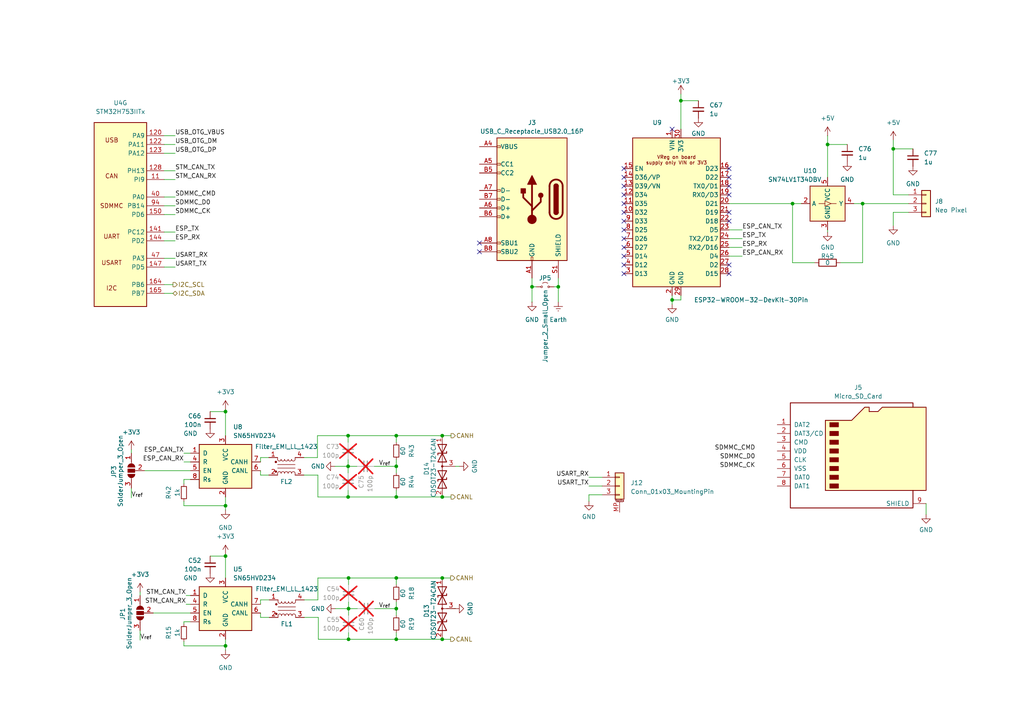
<source format=kicad_sch>
(kicad_sch
	(version 20231120)
	(generator "eeschema")
	(generator_version "8.0")
	(uuid "c61dd313-04ad-474f-9718-66b9bce07315")
	(paper "A4")
	
	(junction
		(at 128.27 126.365)
		(diameter 0)
		(color 0 0 0 0)
		(uuid "039d182b-64c1-4ecb-910d-2a8ba1359fe5")
	)
	(junction
		(at 229.87 59.055)
		(diameter 0)
		(color 0 0 0 0)
		(uuid "05cfbb34-84b8-41f9-b2c6-e5b00514da1d")
	)
	(junction
		(at 128.27 185.42)
		(diameter 0)
		(color 0 0 0 0)
		(uuid "215eb883-aca5-420f-acba-9cfd76facb9e")
	)
	(junction
		(at 114.935 185.42)
		(diameter 0)
		(color 0 0 0 0)
		(uuid "28a47998-b579-477b-8bd7-5184e4777d5e")
	)
	(junction
		(at 114.935 135.255)
		(diameter 0)
		(color 0 0 0 0)
		(uuid "3162dd44-bd73-462d-a1ba-3ec68e82b83a")
	)
	(junction
		(at 250.19 59.055)
		(diameter 0)
		(color 0 0 0 0)
		(uuid "318c4647-7bc1-4283-9b65-f73983dbd071")
	)
	(junction
		(at 65.405 146.685)
		(diameter 0)
		(color 0 0 0 0)
		(uuid "3d875b4c-a7a5-4903-ad64-3ecea35d872b")
	)
	(junction
		(at 65.405 119.38)
		(diameter 0)
		(color 0 0 0 0)
		(uuid "41b0bad5-7e8d-4b02-8ba8-4522831df7e6")
	)
	(junction
		(at 65.405 187.325)
		(diameter 0)
		(color 0 0 0 0)
		(uuid "4dfb8dde-4cef-4814-89d9-dc2c67abc0ea")
	)
	(junction
		(at 101.092 167.64)
		(diameter 0)
		(color 0 0 0 0)
		(uuid "53b32a67-343e-432d-9256-006aedde493b")
	)
	(junction
		(at 154.305 83.185)
		(diameter 0)
		(color 0 0 0 0)
		(uuid "65361e79-136b-4452-b644-b05b849b7943")
	)
	(junction
		(at 114.935 144.145)
		(diameter 0)
		(color 0 0 0 0)
		(uuid "6c0e76a3-6aad-4fb4-a948-d5eac4447136")
	)
	(junction
		(at 128.27 144.145)
		(diameter 0)
		(color 0 0 0 0)
		(uuid "6f7d2def-1ea4-46b5-bd3c-546d5ee712eb")
	)
	(junction
		(at 100.965 126.365)
		(diameter 0)
		(color 0 0 0 0)
		(uuid "7481ae21-ea6c-45fa-90b7-25db4fcacac0")
	)
	(junction
		(at 65.405 161.29)
		(diameter 0)
		(color 0 0 0 0)
		(uuid "7c2aa378-d994-4cbb-a7fd-662b6a6dbd3e")
	)
	(junction
		(at 197.485 29.21)
		(diameter 0)
		(color 0 0 0 0)
		(uuid "8a2ddf5a-e56d-4ddb-b3a7-3ce78fdb1ea7")
	)
	(junction
		(at 101.092 185.42)
		(diameter 0)
		(color 0 0 0 0)
		(uuid "8c902d7a-9a97-4247-a024-6511c85f57b0")
	)
	(junction
		(at 114.935 126.365)
		(diameter 0)
		(color 0 0 0 0)
		(uuid "9727df9d-30c2-4d31-a4a4-c18de4a38ffd")
	)
	(junction
		(at 101.092 176.53)
		(diameter 0)
		(color 0 0 0 0)
		(uuid "9cc87ece-ed33-40de-966c-51c2001dc894")
	)
	(junction
		(at 100.965 135.255)
		(diameter 0)
		(color 0 0 0 0)
		(uuid "9cdc856e-55bf-4f24-8496-a3f3c835efb4")
	)
	(junction
		(at 128.27 167.64)
		(diameter 0)
		(color 0 0 0 0)
		(uuid "ad403fbf-7b82-4cdd-9930-90df80b9f452")
	)
	(junction
		(at 114.935 167.64)
		(diameter 0)
		(color 0 0 0 0)
		(uuid "b60abf17-3e74-47af-a488-26c720dd0b0f")
	)
	(junction
		(at 114.935 176.53)
		(diameter 0)
		(color 0 0 0 0)
		(uuid "b6c8fd7b-67f5-4777-9880-dd70ef3914a0")
	)
	(junction
		(at 194.945 86.995)
		(diameter 0)
		(color 0 0 0 0)
		(uuid "cee00a16-43e6-4734-87be-e840da75aabc")
	)
	(junction
		(at 100.965 144.145)
		(diameter 0)
		(color 0 0 0 0)
		(uuid "cf065f4e-64c6-411f-9278-3cbeff3ad8fd")
	)
	(junction
		(at 161.925 83.185)
		(diameter 0)
		(color 0 0 0 0)
		(uuid "dc503ca9-a2a2-4e47-b078-e55c9f049628")
	)
	(junction
		(at 259.08 43.18)
		(diameter 0)
		(color 0 0 0 0)
		(uuid "e4280f40-0a8b-46b8-8a3f-bdc2bbc7d561")
	)
	(junction
		(at 240.03 41.91)
		(diameter 0)
		(color 0 0 0 0)
		(uuid "e66e4697-c658-4daa-8505-29693d7c6fa8")
	)
	(no_connect
		(at 180.975 74.295)
		(uuid "0f78565a-9a79-4977-842d-db81c2f3a858")
	)
	(no_connect
		(at 180.975 56.515)
		(uuid "1635493b-c0b0-4b22-91c0-dd20f89d28d6")
	)
	(no_connect
		(at 180.975 59.055)
		(uuid "2cd37b9b-1e16-4721-baaf-0f02fff9ee15")
	)
	(no_connect
		(at 211.455 48.895)
		(uuid "2e298096-7ace-418c-89a7-3d43d6bed0db")
	)
	(no_connect
		(at 180.975 61.595)
		(uuid "3bc25636-dee2-443e-8ccb-a980f456ac63")
	)
	(no_connect
		(at 180.975 51.435)
		(uuid "43d8676e-50c6-4697-acd1-a078ec396d67")
	)
	(no_connect
		(at 180.975 66.675)
		(uuid "4a7c660c-ecc7-4617-8099-7833ce97674f")
	)
	(no_connect
		(at 180.975 48.895)
		(uuid "5a25121c-a1f8-402a-a503-9b4b6773db57")
	)
	(no_connect
		(at 194.945 37.465)
		(uuid "5c9306cf-381b-4d82-8a3a-52bc964f2a36")
	)
	(no_connect
		(at 211.455 53.975)
		(uuid "5c964bdf-2ed2-4eef-b541-8ce09ccb6359")
	)
	(no_connect
		(at 180.975 79.375)
		(uuid "5cab31a6-586b-4cbb-8e74-6785a73b7287")
	)
	(no_connect
		(at 211.455 76.835)
		(uuid "627c0ac6-463b-4d74-9056-912f48f57f8c")
	)
	(no_connect
		(at 180.975 69.215)
		(uuid "662f2eb1-7541-4b5a-9b3e-348e11036abd")
	)
	(no_connect
		(at 180.975 53.975)
		(uuid "73269fd7-c364-4aef-a8b5-a2eabdfa97a8")
	)
	(no_connect
		(at 211.455 61.595)
		(uuid "797e1eed-a489-45da-8c0f-184fc597169c")
	)
	(no_connect
		(at 180.975 76.835)
		(uuid "8365a6d4-6d29-461b-904c-0324ca06fc5a")
	)
	(no_connect
		(at 180.975 64.135)
		(uuid "8ac847d1-9069-40ae-a3f2-d3aed782fb55")
	)
	(no_connect
		(at 211.455 79.375)
		(uuid "8f56c4af-52dc-4612-9881-b40f131d9649")
	)
	(no_connect
		(at 211.455 51.435)
		(uuid "b938ea39-6292-4387-8cd7-875c20a9d49a")
	)
	(no_connect
		(at 139.065 70.485)
		(uuid "d7064c93-16c6-497d-859a-7b410a29e175")
	)
	(no_connect
		(at 211.455 56.515)
		(uuid "da2de24c-d775-46ec-8771-ff0ede014a17")
	)
	(no_connect
		(at 139.065 73.025)
		(uuid "e5cfba84-9aae-4335-81b2-f9420a56298e")
	)
	(no_connect
		(at 180.975 71.755)
		(uuid "e700e196-44ff-4ef8-a8e9-38a5e666b895")
	)
	(no_connect
		(at 211.455 64.135)
		(uuid "ffc9674a-9076-447f-ba67-71a5716efeb9")
	)
	(wire
		(pts
			(xy 50.8 59.69) (xy 47.625 59.69)
		)
		(stroke
			(width 0)
			(type default)
		)
		(uuid "069c83cc-66af-4239-a3f2-6fc7c9797843")
	)
	(wire
		(pts
			(xy 250.19 59.055) (xy 250.19 76.2)
		)
		(stroke
			(width 0)
			(type default)
		)
		(uuid "07821e1a-6081-4b53-af8d-3407e5dfe479")
	)
	(wire
		(pts
			(xy 92.329 179.07) (xy 92.329 185.42)
		)
		(stroke
			(width 0)
			(type default)
		)
		(uuid "07b7ef48-98f5-4f9c-8c83-e93a23111e86")
	)
	(wire
		(pts
			(xy 215.265 66.675) (xy 211.455 66.675)
		)
		(stroke
			(width 0)
			(type default)
		)
		(uuid "08072ded-74bf-4b0b-806c-19444be54a5d")
	)
	(wire
		(pts
			(xy 132.08 135.255) (xy 133.223 135.255)
		)
		(stroke
			(width 0)
			(type default)
		)
		(uuid "0858e38e-980c-4b1b-b733-fff9edcc9dbb")
	)
	(wire
		(pts
			(xy 75.565 137.795) (xy 75.565 136.525)
		)
		(stroke
			(width 0)
			(type default)
		)
		(uuid "0eb24822-65ba-4fcc-a791-110a601cab9c")
	)
	(wire
		(pts
			(xy 240.03 41.91) (xy 245.745 41.91)
		)
		(stroke
			(width 0)
			(type default)
		)
		(uuid "0ec11d76-de2c-47d9-b68b-71e96f39e5f7")
	)
	(wire
		(pts
			(xy 197.485 29.21) (xy 197.485 37.465)
		)
		(stroke
			(width 0)
			(type default)
		)
		(uuid "11371f3a-622b-4d06-958d-0de2e3aefad4")
	)
	(wire
		(pts
			(xy 40.64 182.88) (xy 40.64 185.674)
		)
		(stroke
			(width 0)
			(type default)
		)
		(uuid "1191196b-173d-4dee-bb6d-b29a4d435163")
	)
	(wire
		(pts
			(xy 259.08 43.18) (xy 259.08 56.515)
		)
		(stroke
			(width 0)
			(type default)
		)
		(uuid "11fcf8a6-a9da-4e10-b537-040a5f04eac6")
	)
	(wire
		(pts
			(xy 88.265 173.99) (xy 92.202 173.99)
		)
		(stroke
			(width 0)
			(type default)
		)
		(uuid "1255d5b2-c80c-45ce-8562-7f9325184eb2")
	)
	(wire
		(pts
			(xy 114.935 126.365) (xy 128.27 126.365)
		)
		(stroke
			(width 0)
			(type default)
		)
		(uuid "16abee5d-4262-4bfd-ba27-099017bd3c89")
	)
	(wire
		(pts
			(xy 197.485 86.995) (xy 197.485 85.725)
		)
		(stroke
			(width 0)
			(type default)
		)
		(uuid "175d1789-0795-45ea-bebd-00c51a23ce0a")
	)
	(wire
		(pts
			(xy 170.815 143.51) (xy 170.815 145.415)
		)
		(stroke
			(width 0)
			(type default)
		)
		(uuid "1851c3fc-c833-4316-939d-3a55a4935065")
	)
	(wire
		(pts
			(xy 170.815 140.97) (xy 174.625 140.97)
		)
		(stroke
			(width 0)
			(type default)
		)
		(uuid "18ab3ef7-d310-4dfe-9bd7-87f1a836a671")
	)
	(wire
		(pts
			(xy 161.925 83.185) (xy 161.925 87.63)
		)
		(stroke
			(width 0)
			(type default)
		)
		(uuid "193e5122-e695-495b-91ef-fbf1d196eafd")
	)
	(wire
		(pts
			(xy 108.712 176.53) (xy 114.935 176.53)
		)
		(stroke
			(width 0)
			(type default)
		)
		(uuid "1c380b4c-4cae-4aa6-b682-a869ce94709e")
	)
	(wire
		(pts
			(xy 92.075 126.365) (xy 100.965 126.365)
		)
		(stroke
			(width 0)
			(type default)
		)
		(uuid "1c39585e-5704-44d0-a33d-b3876c68f352")
	)
	(wire
		(pts
			(xy 65.405 118.745) (xy 65.405 119.38)
		)
		(stroke
			(width 0)
			(type default)
		)
		(uuid "1e2b6175-d853-4821-ba74-1f24382ec349")
	)
	(wire
		(pts
			(xy 100.965 126.365) (xy 114.935 126.365)
		)
		(stroke
			(width 0)
			(type default)
		)
		(uuid "1ecee70f-1b0e-4963-98bb-53f91fcf7497")
	)
	(wire
		(pts
			(xy 114.935 174.625) (xy 114.935 176.53)
		)
		(stroke
			(width 0)
			(type default)
		)
		(uuid "216a5d0c-6bc2-4d57-bfc1-a0137443fd45")
	)
	(wire
		(pts
			(xy 161.925 80.645) (xy 161.925 83.185)
		)
		(stroke
			(width 0)
			(type default)
		)
		(uuid "223f121c-ffdf-4398-a523-ee63cee9632a")
	)
	(wire
		(pts
			(xy 114.935 176.53) (xy 114.935 178.435)
		)
		(stroke
			(width 0)
			(type default)
		)
		(uuid "25fcae18-2fce-4a2e-b99e-14db92c22b5a")
	)
	(wire
		(pts
			(xy 215.265 74.295) (xy 211.455 74.295)
		)
		(stroke
			(width 0)
			(type default)
		)
		(uuid "29423af5-f664-45ad-bb1e-0735e38873c2")
	)
	(wire
		(pts
			(xy 50.8 41.91) (xy 47.625 41.91)
		)
		(stroke
			(width 0)
			(type default)
		)
		(uuid "2b0cb7c0-22b2-43e9-bf0a-56a674a06ce7")
	)
	(wire
		(pts
			(xy 114.935 167.64) (xy 128.27 167.64)
		)
		(stroke
			(width 0)
			(type default)
		)
		(uuid "2d763691-facb-4f15-9e9f-59c2b2d09226")
	)
	(wire
		(pts
			(xy 50.8 39.37) (xy 47.625 39.37)
		)
		(stroke
			(width 0)
			(type default)
		)
		(uuid "2e6d5f7d-e2c5-4fff-9ab8-ff9e5059fed6")
	)
	(wire
		(pts
			(xy 236.22 76.2) (xy 229.87 76.2)
		)
		(stroke
			(width 0)
			(type default)
		)
		(uuid "2fa12003-ea95-4a7e-a7b4-8f6dd8428bb3")
	)
	(wire
		(pts
			(xy 40.64 171.704) (xy 40.64 172.72)
		)
		(stroke
			(width 0)
			(type default)
		)
		(uuid "2fe633c0-4d3d-40d2-b66e-9c920b1c7a86")
	)
	(wire
		(pts
			(xy 132.08 176.53) (xy 131.953 176.53)
		)
		(stroke
			(width 0)
			(type default)
		)
		(uuid "31a4bbdf-559b-4207-a858-901d74817d56")
	)
	(wire
		(pts
			(xy 60.96 119.38) (xy 65.405 119.38)
		)
		(stroke
			(width 0)
			(type default)
		)
		(uuid "32faf47c-e64c-44b4-9d62-4d28d8d4153b")
	)
	(wire
		(pts
			(xy 128.27 144.145) (xy 130.81 144.145)
		)
		(stroke
			(width 0)
			(type default)
		)
		(uuid "359e1102-934a-4c42-b7b9-2ba5539d24c8")
	)
	(wire
		(pts
			(xy 65.405 187.325) (xy 65.405 188.595)
		)
		(stroke
			(width 0)
			(type default)
		)
		(uuid "364b407f-3b1e-4c62-9eb8-d29a94c13635")
	)
	(wire
		(pts
			(xy 229.87 76.2) (xy 229.87 59.055)
		)
		(stroke
			(width 0)
			(type default)
		)
		(uuid "393f9b29-c1fb-4477-8410-888c1c775882")
	)
	(wire
		(pts
			(xy 240.03 39.37) (xy 240.03 41.91)
		)
		(stroke
			(width 0)
			(type default)
		)
		(uuid "395ffaba-dbfc-4c84-b3a1-2617223e9f3e")
	)
	(wire
		(pts
			(xy 92.202 137.795) (xy 92.202 144.145)
		)
		(stroke
			(width 0)
			(type default)
		)
		(uuid "3b6bddeb-5651-4db5-98b2-9b6f3f702707")
	)
	(wire
		(pts
			(xy 47.625 74.93) (xy 50.8 74.93)
		)
		(stroke
			(width 0)
			(type default)
		)
		(uuid "3e2111f4-1096-49ea-babe-955e0bcbceb6")
	)
	(wire
		(pts
			(xy 114.935 133.35) (xy 114.935 135.255)
		)
		(stroke
			(width 0)
			(type default)
		)
		(uuid "418d6449-7d54-435c-9348-9ebcc667fba1")
	)
	(wire
		(pts
			(xy 128.27 167.64) (xy 130.683 167.64)
		)
		(stroke
			(width 0)
			(type default)
		)
		(uuid "437cb784-c834-4093-bf24-a6bb245bb7ff")
	)
	(wire
		(pts
			(xy 114.935 183.515) (xy 114.935 185.42)
		)
		(stroke
			(width 0)
			(type default)
		)
		(uuid "4abd7593-788c-4faf-8edb-6bf231a57d07")
	)
	(wire
		(pts
			(xy 170.815 138.43) (xy 174.625 138.43)
		)
		(stroke
			(width 0)
			(type default)
		)
		(uuid "4c385e60-1b83-4735-8d87-273cadd39ee9")
	)
	(wire
		(pts
			(xy 155.575 83.185) (xy 154.305 83.185)
		)
		(stroke
			(width 0)
			(type default)
		)
		(uuid "4c59cf70-ba51-432c-9f6e-cf47deea1277")
	)
	(wire
		(pts
			(xy 229.87 59.055) (xy 232.41 59.055)
		)
		(stroke
			(width 0)
			(type default)
		)
		(uuid "4dc32d7f-3ff8-43a5-afb9-2f4908b6a181")
	)
	(wire
		(pts
			(xy 259.08 56.515) (xy 263.525 56.515)
		)
		(stroke
			(width 0)
			(type default)
		)
		(uuid "4f4d3fff-85b9-4083-bd46-2b914ab4a849")
	)
	(wire
		(pts
			(xy 161.925 83.185) (xy 160.655 83.185)
		)
		(stroke
			(width 0)
			(type default)
		)
		(uuid "548e25f7-a764-406a-97ab-d0c212687dad")
	)
	(wire
		(pts
			(xy 75.565 132.715) (xy 77.978 132.715)
		)
		(stroke
			(width 0)
			(type default)
		)
		(uuid "569600ce-4916-426c-ad6a-43656f889c21")
	)
	(wire
		(pts
			(xy 65.405 160.655) (xy 65.405 161.29)
		)
		(stroke
			(width 0)
			(type default)
		)
		(uuid "573d52d7-2912-42f7-a32c-98f9437fcfb4")
	)
	(wire
		(pts
			(xy 53.975 172.72) (xy 55.245 172.72)
		)
		(stroke
			(width 0)
			(type default)
		)
		(uuid "58a5b0f4-7372-4ed6-b2ff-21c9fc14c383")
	)
	(wire
		(pts
			(xy 100.965 144.145) (xy 114.935 144.145)
		)
		(stroke
			(width 0)
			(type default)
		)
		(uuid "5c8a4f71-ee4a-46e2-86ff-f735840fe6ca")
	)
	(wire
		(pts
			(xy 247.65 59.055) (xy 250.19 59.055)
		)
		(stroke
			(width 0)
			(type default)
		)
		(uuid "5dfc728b-36a2-4990-a0c8-dbb05f1fc760")
	)
	(wire
		(pts
			(xy 114.935 144.145) (xy 128.27 144.145)
		)
		(stroke
			(width 0)
			(type default)
		)
		(uuid "616f18e8-8353-4b88-9ccf-278fb51bbb13")
	)
	(wire
		(pts
			(xy 97.155 135.255) (xy 100.965 135.255)
		)
		(stroke
			(width 0)
			(type default)
		)
		(uuid "65689294-1fad-43de-a045-67460191af37")
	)
	(wire
		(pts
			(xy 100.965 135.255) (xy 103.505 135.255)
		)
		(stroke
			(width 0)
			(type default)
		)
		(uuid "67db5e2e-77de-4d16-88dd-32909132efe7")
	)
	(wire
		(pts
			(xy 101.092 176.53) (xy 101.092 174.625)
		)
		(stroke
			(width 0)
			(type default)
		)
		(uuid "694ece35-0c4b-4939-b20c-9bb4b6a4b0f5")
	)
	(wire
		(pts
			(xy 264.795 43.18) (xy 259.08 43.18)
		)
		(stroke
			(width 0)
			(type default)
		)
		(uuid "6bc32591-02b3-4835-ac4d-6de654840bd4")
	)
	(wire
		(pts
			(xy 75.565 173.99) (xy 78.105 173.99)
		)
		(stroke
			(width 0)
			(type default)
		)
		(uuid "6cc391a7-6885-48f2-975d-f3a3390b21aa")
	)
	(wire
		(pts
			(xy 53.34 139.065) (xy 55.245 139.065)
		)
		(stroke
			(width 0)
			(type default)
		)
		(uuid "6e1d6a90-999e-4e0f-8497-4df02b3664f7")
	)
	(wire
		(pts
			(xy 65.405 144.145) (xy 65.405 146.685)
		)
		(stroke
			(width 0)
			(type default)
		)
		(uuid "6fdae055-0d1f-42c6-a679-4b607c954c89")
	)
	(wire
		(pts
			(xy 108.585 135.255) (xy 114.935 135.255)
		)
		(stroke
			(width 0)
			(type default)
		)
		(uuid "7009ee4d-9a3b-449e-a73d-cfabe7ef7250")
	)
	(wire
		(pts
			(xy 97.282 176.53) (xy 101.092 176.53)
		)
		(stroke
			(width 0)
			(type default)
		)
		(uuid "713e035b-3d7d-453b-a87a-b3cbf126d40b")
	)
	(wire
		(pts
			(xy 128.27 185.42) (xy 130.683 185.42)
		)
		(stroke
			(width 0)
			(type default)
		)
		(uuid "7218ab12-ef3a-4b86-83c5-a04a5614b411")
	)
	(wire
		(pts
			(xy 211.455 71.755) (xy 215.265 71.755)
		)
		(stroke
			(width 0)
			(type default)
		)
		(uuid "722c5e92-6c31-48b0-8440-2827b4a8261f")
	)
	(wire
		(pts
			(xy 50.8 57.15) (xy 47.625 57.15)
		)
		(stroke
			(width 0)
			(type default)
		)
		(uuid "73863326-7c48-45fc-8bd8-a769a1938e6c")
	)
	(wire
		(pts
			(xy 101.092 183.515) (xy 101.092 185.42)
		)
		(stroke
			(width 0)
			(type default)
		)
		(uuid "78c54341-c3a1-4ba0-92f7-d8a3ffa611fa")
	)
	(wire
		(pts
			(xy 250.19 59.055) (xy 263.525 59.055)
		)
		(stroke
			(width 0)
			(type default)
		)
		(uuid "78cc224e-ac74-4f71-8665-93f8b611432d")
	)
	(wire
		(pts
			(xy 211.455 59.055) (xy 229.87 59.055)
		)
		(stroke
			(width 0)
			(type default)
		)
		(uuid "7b8664cc-2cd9-4c8b-a2a9-e851ab1aa6b2")
	)
	(wire
		(pts
			(xy 197.485 29.21) (xy 202.565 29.21)
		)
		(stroke
			(width 0)
			(type default)
		)
		(uuid "7c26ed1c-f812-48ad-aae4-bc0953e5b02e")
	)
	(wire
		(pts
			(xy 41.91 136.525) (xy 55.245 136.525)
		)
		(stroke
			(width 0)
			(type default)
		)
		(uuid "7fc61fe3-9c10-45d0-8ff9-a96f23d43746")
	)
	(wire
		(pts
			(xy 240.03 41.91) (xy 240.03 51.435)
		)
		(stroke
			(width 0)
			(type default)
		)
		(uuid "812d3a65-cd48-4ae9-ad18-7ac51ac81ee1")
	)
	(wire
		(pts
			(xy 92.202 144.145) (xy 100.965 144.145)
		)
		(stroke
			(width 0)
			(type default)
		)
		(uuid "8205616b-3b9d-4eb0-b2a2-7d25ec3b2ac1")
	)
	(wire
		(pts
			(xy 154.305 83.185) (xy 154.305 87.63)
		)
		(stroke
			(width 0)
			(type default)
		)
		(uuid "8546e285-0497-4f5c-b340-ee7ae1bca954")
	)
	(wire
		(pts
			(xy 100.965 135.255) (xy 100.965 137.16)
		)
		(stroke
			(width 0)
			(type default)
		)
		(uuid "85dff9c4-6cb7-4680-9632-ee46360e3ea0")
	)
	(wire
		(pts
			(xy 88.265 179.07) (xy 92.329 179.07)
		)
		(stroke
			(width 0)
			(type default)
		)
		(uuid "875a91c4-264a-4d56-b718-50501c722c79")
	)
	(wire
		(pts
			(xy 75.565 137.795) (xy 77.978 137.795)
		)
		(stroke
			(width 0)
			(type default)
		)
		(uuid "8b7f514e-7ce5-4755-844e-483c80b556bb")
	)
	(wire
		(pts
			(xy 53.34 187.325) (xy 65.405 187.325)
		)
		(stroke
			(width 0)
			(type default)
		)
		(uuid "961c4e70-cf62-497a-b32b-e5ab71b1b1e3")
	)
	(wire
		(pts
			(xy 101.092 167.64) (xy 114.935 167.64)
		)
		(stroke
			(width 0)
			(type default)
		)
		(uuid "9875ff62-69fe-4fe5-ac2d-49e08741f57b")
	)
	(wire
		(pts
			(xy 100.965 142.24) (xy 100.965 144.145)
		)
		(stroke
			(width 0)
			(type default)
		)
		(uuid "988f99fa-ae0e-4f4e-8c6a-db3a44984614")
	)
	(wire
		(pts
			(xy 75.565 132.715) (xy 75.565 133.985)
		)
		(stroke
			(width 0)
			(type default)
		)
		(uuid "9aba16cb-01f4-419d-b4f1-f3d401e83d56")
	)
	(wire
		(pts
			(xy 53.34 180.34) (xy 55.245 180.34)
		)
		(stroke
			(width 0)
			(type default)
		)
		(uuid "9c4f166c-0e86-4f07-8d21-047d235812c2")
	)
	(wire
		(pts
			(xy 38.1 130.429) (xy 38.1 131.445)
		)
		(stroke
			(width 0)
			(type default)
		)
		(uuid "9c9f754f-bdc9-415c-aa85-636593c242cb")
	)
	(wire
		(pts
			(xy 47.625 82.55) (xy 50.165 82.55)
		)
		(stroke
			(width 0)
			(type default)
		)
		(uuid "9db4ffec-7172-490e-a0fb-0a71ce07e06f")
	)
	(wire
		(pts
			(xy 75.565 179.07) (xy 75.565 177.8)
		)
		(stroke
			(width 0)
			(type default)
		)
		(uuid "9f5c88a3-09fe-46e4-9a0b-f9c285a8efc7")
	)
	(wire
		(pts
			(xy 194.945 86.995) (xy 197.485 86.995)
		)
		(stroke
			(width 0)
			(type default)
		)
		(uuid "a06b5335-c689-44d3-9fed-de2c90ae969d")
	)
	(wire
		(pts
			(xy 194.945 85.725) (xy 194.945 86.995)
		)
		(stroke
			(width 0)
			(type default)
		)
		(uuid "a1842a91-9ee7-4b00-98c0-0caffef5d76e")
	)
	(wire
		(pts
			(xy 259.08 61.595) (xy 263.525 61.595)
		)
		(stroke
			(width 0)
			(type default)
		)
		(uuid "a535b990-e0c3-4076-b351-4b435ba7a305")
	)
	(wire
		(pts
			(xy 194.945 86.995) (xy 194.945 88.265)
		)
		(stroke
			(width 0)
			(type default)
		)
		(uuid "a5cb1189-64b9-4c34-b39c-b515eca1a0e6")
	)
	(wire
		(pts
			(xy 53.34 145.415) (xy 53.34 146.685)
		)
		(stroke
			(width 0)
			(type default)
		)
		(uuid "a5d43692-a514-49b3-b569-72860753d111")
	)
	(wire
		(pts
			(xy 101.092 185.42) (xy 114.935 185.42)
		)
		(stroke
			(width 0)
			(type default)
		)
		(uuid "a777f9e0-e762-433b-8ffa-6d7083e4b335")
	)
	(wire
		(pts
			(xy 114.935 167.64) (xy 114.935 169.545)
		)
		(stroke
			(width 0)
			(type default)
		)
		(uuid "a817343e-0330-46bb-800d-fa56dd6360a7")
	)
	(wire
		(pts
			(xy 114.935 185.42) (xy 128.27 185.42)
		)
		(stroke
			(width 0)
			(type default)
		)
		(uuid "a8b4cc44-29be-4cac-a36c-d0a65d9e69de")
	)
	(wire
		(pts
			(xy 53.34 131.445) (xy 55.245 131.445)
		)
		(stroke
			(width 0)
			(type default)
		)
		(uuid "ab6ffa17-1fdf-43bf-88fd-3a50e2678126")
	)
	(wire
		(pts
			(xy 47.625 69.85) (xy 50.8 69.85)
		)
		(stroke
			(width 0)
			(type default)
		)
		(uuid "ab9c4dfd-bb56-420a-83c1-10896e678135")
	)
	(wire
		(pts
			(xy 92.329 185.42) (xy 101.092 185.42)
		)
		(stroke
			(width 0)
			(type default)
		)
		(uuid "abd5a55e-5c41-441b-9a19-d2a70c7aa254")
	)
	(wire
		(pts
			(xy 211.455 69.215) (xy 215.265 69.215)
		)
		(stroke
			(width 0)
			(type default)
		)
		(uuid "ae75bf27-6f52-4909-bf66-d0c89223d9fe")
	)
	(wire
		(pts
			(xy 259.08 40.64) (xy 259.08 43.18)
		)
		(stroke
			(width 0)
			(type default)
		)
		(uuid "b03e4c70-dead-490c-9924-a4606cb3b2fa")
	)
	(wire
		(pts
			(xy 53.34 180.975) (xy 53.34 180.34)
		)
		(stroke
			(width 0)
			(type default)
		)
		(uuid "b1e5941f-6f0d-4189-bd6a-a449a5c9ac39")
	)
	(wire
		(pts
			(xy 53.34 186.055) (xy 53.34 187.325)
		)
		(stroke
			(width 0)
			(type default)
		)
		(uuid "b1f570a1-0699-4d82-b38d-bfdcee37744c")
	)
	(wire
		(pts
			(xy 75.565 179.07) (xy 78.105 179.07)
		)
		(stroke
			(width 0)
			(type default)
		)
		(uuid "b40308ec-ff0e-480b-97b1-846d17f74812")
	)
	(wire
		(pts
			(xy 88.138 132.715) (xy 92.075 132.715)
		)
		(stroke
			(width 0)
			(type default)
		)
		(uuid "b4161da1-5f84-4a3b-9d64-dd7f6072d9a4")
	)
	(wire
		(pts
			(xy 44.45 177.8) (xy 55.245 177.8)
		)
		(stroke
			(width 0)
			(type default)
		)
		(uuid "b777a229-1919-40e6-a60c-c38309f025ed")
	)
	(wire
		(pts
			(xy 128.27 126.365) (xy 130.81 126.365)
		)
		(stroke
			(width 0)
			(type default)
		)
		(uuid "b7a136e3-d524-4025-a616-9c57fcbfbf3b")
	)
	(wire
		(pts
			(xy 47.625 85.09) (xy 50.165 85.09)
		)
		(stroke
			(width 0)
			(type default)
		)
		(uuid "baf16192-a8e7-4837-9ddd-86d6767dd895")
	)
	(wire
		(pts
			(xy 114.935 126.365) (xy 114.935 128.27)
		)
		(stroke
			(width 0)
			(type default)
		)
		(uuid "bf7a7090-d271-47f2-9b9f-f373a8e555bf")
	)
	(wire
		(pts
			(xy 240.03 66.675) (xy 240.03 67.31)
		)
		(stroke
			(width 0)
			(type default)
		)
		(uuid "c65f328a-a363-4fcd-9637-d80b771f9e9f")
	)
	(wire
		(pts
			(xy 53.34 140.335) (xy 53.34 139.065)
		)
		(stroke
			(width 0)
			(type default)
		)
		(uuid "c6a822d0-3af7-45df-bd7c-953a5ba1f56d")
	)
	(wire
		(pts
			(xy 38.1 141.605) (xy 38.1 144.399)
		)
		(stroke
			(width 0)
			(type default)
		)
		(uuid "c72a2da8-3b6a-4867-b4bf-85adbcb70bfe")
	)
	(wire
		(pts
			(xy 47.625 52.07) (xy 50.8 52.07)
		)
		(stroke
			(width 0)
			(type default)
		)
		(uuid "c8cf6351-1e18-4b58-b231-450464994dec")
	)
	(wire
		(pts
			(xy 50.8 62.23) (xy 47.625 62.23)
		)
		(stroke
			(width 0)
			(type default)
		)
		(uuid "c97b249a-47e7-428a-95e9-f4d7b9fc2524")
	)
	(wire
		(pts
			(xy 53.975 175.26) (xy 55.245 175.26)
		)
		(stroke
			(width 0)
			(type default)
		)
		(uuid "cc208ca7-fb4f-4a46-8ffb-bd1e7b993448")
	)
	(wire
		(pts
			(xy 174.625 143.51) (xy 170.815 143.51)
		)
		(stroke
			(width 0)
			(type default)
		)
		(uuid "cc26b47f-57ea-4ec0-b625-ce7926d7bd96")
	)
	(wire
		(pts
			(xy 259.08 65.405) (xy 259.08 61.595)
		)
		(stroke
			(width 0)
			(type default)
		)
		(uuid "ce54880a-5669-45c1-8a40-5c11fc5d4061")
	)
	(wire
		(pts
			(xy 92.075 126.365) (xy 92.075 132.715)
		)
		(stroke
			(width 0)
			(type default)
		)
		(uuid "ceb251cc-6166-4542-be45-465434e50501")
	)
	(wire
		(pts
			(xy 53.34 133.985) (xy 55.245 133.985)
		)
		(stroke
			(width 0)
			(type default)
		)
		(uuid "d1131a48-0cd7-400f-a7ee-0df5862c483e")
	)
	(wire
		(pts
			(xy 65.405 161.29) (xy 65.405 167.64)
		)
		(stroke
			(width 0)
			(type default)
		)
		(uuid "d15fb171-d341-451b-aa31-fce6a6a16725")
	)
	(wire
		(pts
			(xy 114.935 142.24) (xy 114.935 144.145)
		)
		(stroke
			(width 0)
			(type default)
		)
		(uuid "d1a2e385-d449-4314-8453-70e8042bf143")
	)
	(wire
		(pts
			(xy 243.84 76.2) (xy 250.19 76.2)
		)
		(stroke
			(width 0)
			(type default)
		)
		(uuid "d39d6f50-9bab-4cc9-b8d1-fd5de7559ec4")
	)
	(wire
		(pts
			(xy 92.202 167.64) (xy 101.092 167.64)
		)
		(stroke
			(width 0)
			(type default)
		)
		(uuid "d6b9760f-a1ec-43ae-80bd-3fa8cc1daa06")
	)
	(wire
		(pts
			(xy 100.965 135.255) (xy 100.965 133.35)
		)
		(stroke
			(width 0)
			(type default)
		)
		(uuid "d87a3080-961c-45cf-9eee-e4cab030928a")
	)
	(wire
		(pts
			(xy 47.625 67.31) (xy 50.8 67.31)
		)
		(stroke
			(width 0)
			(type default)
		)
		(uuid "d960d00c-9224-45b5-8763-baebbf805679")
	)
	(wire
		(pts
			(xy 75.565 173.99) (xy 75.565 175.26)
		)
		(stroke
			(width 0)
			(type default)
		)
		(uuid "db0700f5-1060-4b80-8e43-640e816a8f88")
	)
	(wire
		(pts
			(xy 114.935 135.255) (xy 114.935 137.16)
		)
		(stroke
			(width 0)
			(type default)
		)
		(uuid "dc19ed95-f518-4488-8074-d56fe5170fac")
	)
	(wire
		(pts
			(xy 65.405 185.42) (xy 65.405 187.325)
		)
		(stroke
			(width 0)
			(type default)
		)
		(uuid "dd2f2331-9de6-4c46-8d2d-f8bab556c658")
	)
	(wire
		(pts
			(xy 88.138 137.795) (xy 92.202 137.795)
		)
		(stroke
			(width 0)
			(type default)
		)
		(uuid "de246935-b76f-4d4b-8db4-4c5b5fe6c6a5")
	)
	(wire
		(pts
			(xy 47.625 49.53) (xy 50.8 49.53)
		)
		(stroke
			(width 0)
			(type default)
		)
		(uuid "de94946a-d056-403d-bd57-43bd62bcf123")
	)
	(wire
		(pts
			(xy 197.485 27.305) (xy 197.485 29.21)
		)
		(stroke
			(width 0)
			(type default)
		)
		(uuid "e1871cce-c50d-4466-a39a-3f7f98ea5c99")
	)
	(wire
		(pts
			(xy 100.965 126.365) (xy 100.965 128.27)
		)
		(stroke
			(width 0)
			(type default)
		)
		(uuid "e18ac3b6-9bfb-4ac9-b77f-536fad72be63")
	)
	(wire
		(pts
			(xy 53.34 146.685) (xy 65.405 146.685)
		)
		(stroke
			(width 0)
			(type default)
		)
		(uuid "e7d32fbc-e7c8-448c-b6d0-b0bcaec18185")
	)
	(wire
		(pts
			(xy 50.8 44.45) (xy 47.625 44.45)
		)
		(stroke
			(width 0)
			(type default)
		)
		(uuid "e9b20b6e-6674-4f39-92af-b0ed8f21300d")
	)
	(wire
		(pts
			(xy 154.305 80.645) (xy 154.305 83.185)
		)
		(stroke
			(width 0)
			(type default)
		)
		(uuid "ebebaf3b-221c-4e16-8075-ef22361da75f")
	)
	(wire
		(pts
			(xy 92.202 167.64) (xy 92.202 173.99)
		)
		(stroke
			(width 0)
			(type default)
		)
		(uuid "ebfb3c75-f602-4272-8f04-00ae4575ffe0")
	)
	(wire
		(pts
			(xy 101.092 176.53) (xy 101.092 178.435)
		)
		(stroke
			(width 0)
			(type default)
		)
		(uuid "f1930840-2596-4a16-9219-224903f54ac5")
	)
	(wire
		(pts
			(xy 268.605 146.05) (xy 268.605 149.225)
		)
		(stroke
			(width 0)
			(type default)
		)
		(uuid "f1d5f8b4-9b28-4c28-b458-2f1c1e3fa089")
	)
	(wire
		(pts
			(xy 60.96 161.29) (xy 65.405 161.29)
		)
		(stroke
			(width 0)
			(type default)
		)
		(uuid "f39169d0-8888-4dfb-8821-b4f943710dd8")
	)
	(wire
		(pts
			(xy 101.092 167.64) (xy 101.092 169.545)
		)
		(stroke
			(width 0)
			(type default)
		)
		(uuid "f74d26d6-439e-4ca0-9769-45e2f454cd27")
	)
	(wire
		(pts
			(xy 101.092 176.53) (xy 103.632 176.53)
		)
		(stroke
			(width 0)
			(type default)
		)
		(uuid "f8d6afc6-379b-4ce8-8f6d-b120fd3266e1")
	)
	(wire
		(pts
			(xy 47.625 77.47) (xy 50.8 77.47)
		)
		(stroke
			(width 0)
			(type default)
		)
		(uuid "fbfe52b3-efe1-4a9b-8a83-bd2ca5dd57f2")
	)
	(wire
		(pts
			(xy 65.405 119.38) (xy 65.405 126.365)
		)
		(stroke
			(width 0)
			(type default)
		)
		(uuid "fdebe9f6-d90b-4d09-b097-a17ee8756d0f")
	)
	(wire
		(pts
			(xy 65.405 147.955) (xy 65.405 146.685)
		)
		(stroke
			(width 0)
			(type default)
		)
		(uuid "ff1ce4da-f445-4568-ad44-8ff330de6ad2")
	)
	(label "V_{ref}"
		(at 38.1 144.399 0)
		(effects
			(font
				(size 1.27 1.27)
			)
			(justify left bottom)
		)
		(uuid "03c82e40-effe-467c-8ada-4941f65f6b64")
	)
	(label "ESP_CAN_RX"
		(at 215.265 74.295 0)
		(effects
			(font
			
... [90885 chars truncated]
</source>
